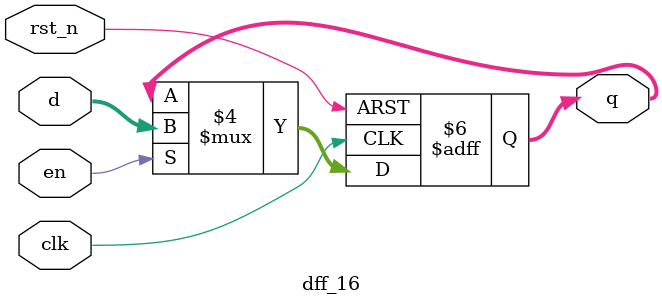
<source format=v>
module dff_16(q, d, en, rst_n, clk);
	input [15:0] d;
	input en, rst_n, clk;
	output reg [15:0] q;

	always @(posedge clk, negedge rst_n) begin
		if(rst_n == 1'b0)
			q <= 0;
		else begin
			if(en) q <= d;
			else q <= q;
		end
	end

endmodule

</source>
